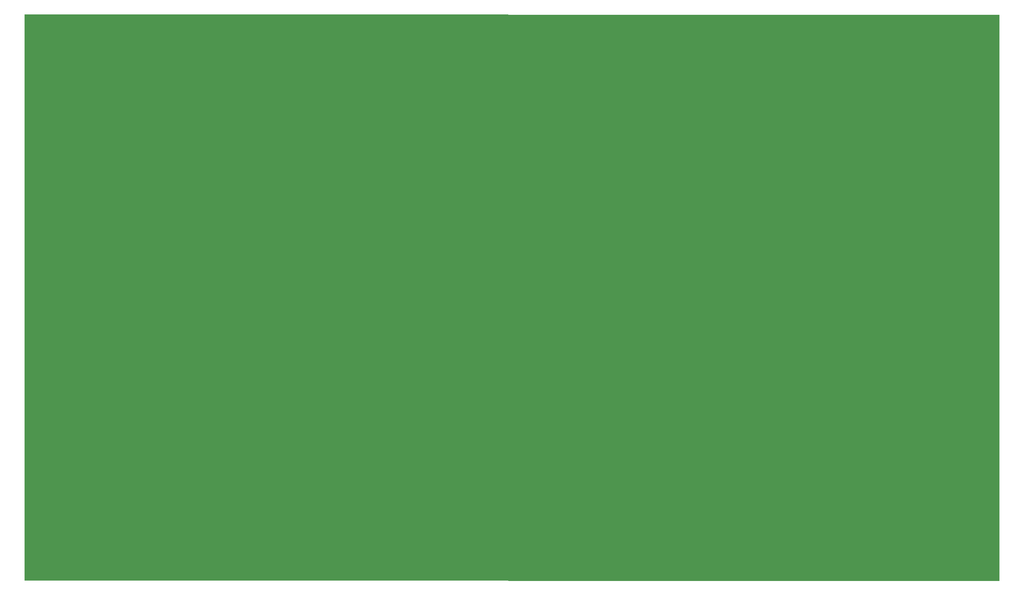
<source format=gbr>
G04 DipTrace 3.0.0.2*
G04 Board.gbr*
%MOMM*%
G04 #@! TF.FileFunction,Drawing,Board polygon*
G04 #@! TF.Part,Single*
%FSLAX35Y35*%
G04*
G71*
G90*
G75*
G01*
G04 BoardPoly*
%LPD*%
G36*
X1000800Y13320300D2*
X22183800Y13311300D1*
X22176300Y1000800D1*
X1000800Y1006800D1*
Y13320300D1*
G37*
M02*

</source>
